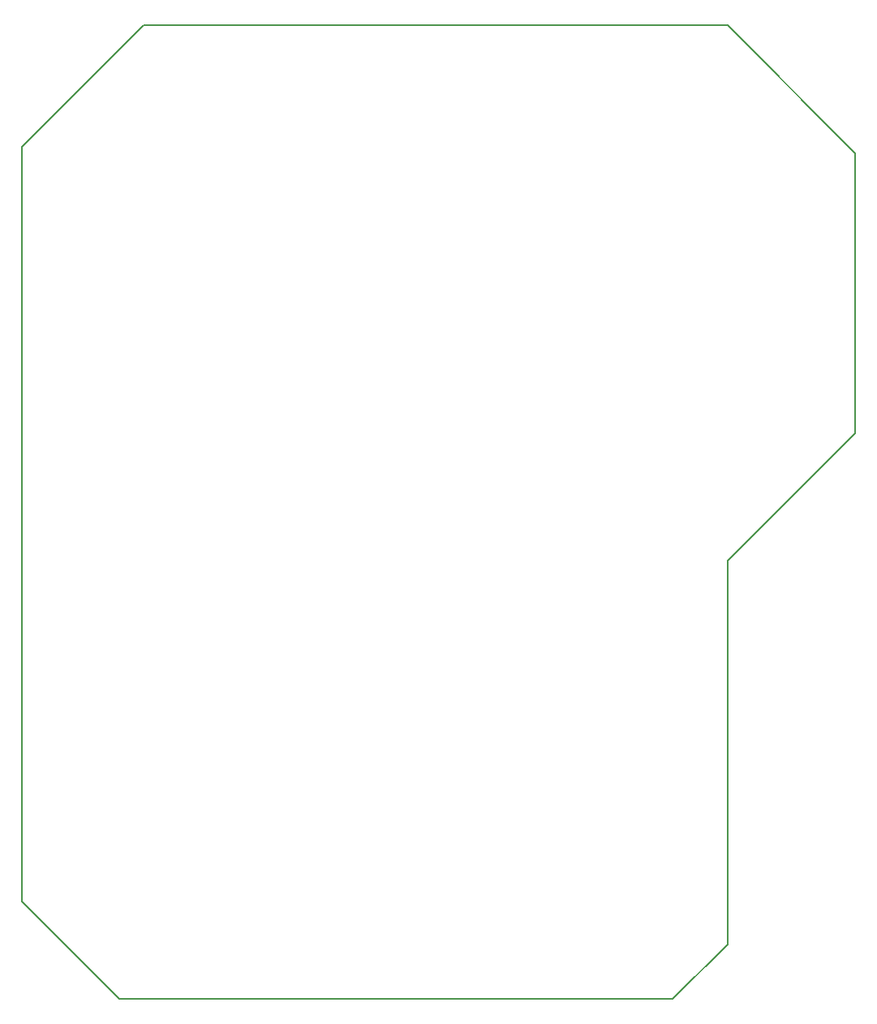
<source format=gbr>
G04 #@! TF.GenerationSoftware,KiCad,Pcbnew,(5.0.2)-1*
G04 #@! TF.CreationDate,2019-04-02T18:31:56+10:30*
G04 #@! TF.ProjectId,Omni_DC,4f6d6e69-5f44-4432-9e6b-696361645f70,rev?*
G04 #@! TF.SameCoordinates,Original*
G04 #@! TF.FileFunction,Profile,NP*
%FSLAX46Y46*%
G04 Gerber Fmt 4.6, Leading zero omitted, Abs format (unit mm)*
G04 Created by KiCad (PCBNEW (5.0.2)-1) date 02-Apr-19 6:31:56 PM*
%MOMM*%
%LPD*%
G01*
G04 APERTURE LIST*
%ADD10C,0.150000*%
%ADD11C,0.200000*%
G04 APERTURE END LIST*
D10*
X183515000Y-157480000D02*
X189230000Y-151765000D01*
X125730000Y-157480000D02*
X115570000Y-147320000D01*
X125730000Y-157480000D02*
X183515000Y-157480000D01*
X128270000Y-55880000D02*
X115570000Y-68580000D01*
X115570000Y-68580000D02*
X115570000Y-147320000D01*
X197485000Y-103505000D02*
X202565000Y-98425000D01*
X202565000Y-69215000D02*
X189230000Y-55880000D01*
X202565000Y-69215000D02*
X202565000Y-98425000D01*
D11*
X189230000Y-111760000D02*
X189230000Y-151765000D01*
X194945000Y-106045000D02*
X189230000Y-111760000D01*
D10*
X197485000Y-103505000D02*
X194945000Y-106045000D01*
X128270000Y-55880000D02*
X189230000Y-55880000D01*
M02*

</source>
